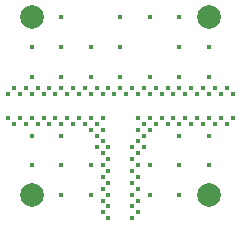
<source format=gbr>
%TF.GenerationSoftware,KiCad,Pcbnew,6.0.9+dfsg-1~bpo11+1*%
%TF.CreationDate,2022-11-11T16:08:24+01:00*%
%TF.ProjectId,015-3-port-resistive-splitter,3031352d-332d-4706-9f72-742d72657369,1*%
%TF.SameCoordinates,Original*%
%TF.FileFunction,Plated,1,2,PTH,Drill*%
%TF.FilePolarity,Positive*%
%FSLAX46Y46*%
G04 Gerber Fmt 4.6, Leading zero omitted, Abs format (unit mm)*
G04 Created by KiCad (PCBNEW 6.0.9+dfsg-1~bpo11+1) date 2022-11-11 16:08:24*
%MOMM*%
%LPD*%
G01*
G04 APERTURE LIST*
%TA.AperFunction,ViaDrill*%
%ADD10C,0.400000*%
%TD*%
%TA.AperFunction,ComponentDrill*%
%ADD11C,0.400000*%
%TD*%
%TA.AperFunction,ComponentDrill*%
%ADD12C,2.000000*%
%TD*%
G04 APERTURE END LIST*
D10*
X140000000Y-72500000D03*
X140000000Y-75000000D03*
X140000000Y-80000000D03*
X140000000Y-82500000D03*
X140500000Y-76000000D03*
X140500000Y-79000000D03*
X141000000Y-76500000D03*
X141000000Y-78500000D03*
X141500000Y-76000000D03*
X141500000Y-79000000D03*
X142000000Y-76500000D03*
X142000000Y-78500000D03*
X142500000Y-70000000D03*
X142500000Y-72500000D03*
X142500000Y-75000000D03*
X142500000Y-76000000D03*
X142500000Y-79000000D03*
X142500000Y-80000000D03*
X142500000Y-82500000D03*
X142500000Y-85000000D03*
X143000000Y-76500000D03*
X143000000Y-78500000D03*
X143500000Y-76000000D03*
X143500000Y-79000000D03*
X144000000Y-76500000D03*
X144000000Y-78500000D03*
X144500000Y-76000000D03*
X144500000Y-79000000D03*
X145000000Y-72500000D03*
X145000000Y-75000000D03*
X145000000Y-76500000D03*
X145000000Y-78500000D03*
X145000000Y-79500000D03*
X145000000Y-82500000D03*
X145000000Y-85000000D03*
X145500000Y-76000000D03*
X145500000Y-79000000D03*
X145500000Y-80000000D03*
X145500000Y-81000000D03*
X146000000Y-76500000D03*
X146000000Y-78500000D03*
X146000000Y-79500000D03*
X146000000Y-80500000D03*
X146000000Y-81500000D03*
X146000000Y-82500000D03*
X146000000Y-83500000D03*
X146000000Y-84500000D03*
X146500000Y-76000000D03*
X146500000Y-81000000D03*
X146500000Y-82000000D03*
X146500000Y-83000000D03*
X146500000Y-84000000D03*
X147000000Y-76500000D03*
X147500000Y-70000000D03*
X147500000Y-72500000D03*
X147500000Y-75000000D03*
X147500000Y-76000000D03*
X148000000Y-76500000D03*
X148500000Y-76000000D03*
X148500000Y-81000000D03*
X148500000Y-82000000D03*
X148500000Y-83000000D03*
X148500000Y-84000000D03*
X149000000Y-76500000D03*
X149000000Y-78500000D03*
X149000000Y-79500000D03*
X149000000Y-80500000D03*
X149000000Y-81500000D03*
X149000000Y-82500000D03*
X149000000Y-83500000D03*
X149000000Y-84500000D03*
X149500000Y-76000000D03*
X149500000Y-79000000D03*
X149500000Y-80000000D03*
X149500000Y-81000000D03*
X150000000Y-70000000D03*
X150000000Y-75000000D03*
X150000000Y-76500000D03*
X150000000Y-78500000D03*
X150000000Y-79500000D03*
X150000000Y-82500000D03*
X150000000Y-85000000D03*
X150500000Y-76000000D03*
X150500000Y-79000000D03*
X151000000Y-76500000D03*
X151000000Y-78500000D03*
X151500000Y-76000000D03*
X151500000Y-79000000D03*
X152000000Y-76500000D03*
X152000000Y-78500000D03*
X152500000Y-70000000D03*
X152500000Y-72500000D03*
X152500000Y-75000000D03*
X152500000Y-76000000D03*
X152500000Y-79000000D03*
X152500000Y-80000000D03*
X152500000Y-82500000D03*
X152500000Y-85000000D03*
X153000000Y-76500000D03*
X153000000Y-78500000D03*
X153500000Y-76000000D03*
X153500000Y-79000000D03*
X154000000Y-76500000D03*
X154000000Y-78500000D03*
X154500000Y-76000000D03*
X154500000Y-79000000D03*
X155000000Y-72500000D03*
X155000000Y-75000000D03*
X155000000Y-80000000D03*
X155000000Y-82500000D03*
D11*
%TO.C,J1*%
X138000000Y-76500000D03*
X138000000Y-78500000D03*
X138500000Y-76000000D03*
X138500000Y-79000000D03*
X139000000Y-76500000D03*
X139000000Y-78500000D03*
X139500000Y-76000000D03*
X139500000Y-79000000D03*
X140000000Y-76500000D03*
X140000000Y-78500000D03*
%TO.C,J2*%
X146000000Y-85500000D03*
X146000000Y-86500000D03*
X146500000Y-85000000D03*
X146500000Y-86000000D03*
X146500000Y-87000000D03*
X148500000Y-85000000D03*
X148500000Y-86000000D03*
X148500000Y-87000000D03*
X149000000Y-85500000D03*
X149000000Y-86500000D03*
%TO.C,J3*%
X155000000Y-76500000D03*
X155000000Y-78500000D03*
X155500000Y-76000000D03*
X155500000Y-79000000D03*
X156000000Y-76500000D03*
X156000000Y-78500000D03*
X156500000Y-76000000D03*
X156500000Y-79000000D03*
X157000000Y-76500000D03*
X157000000Y-78500000D03*
D12*
%TO.C,H3*%
X140000000Y-70000000D03*
%TO.C,H4*%
X140000000Y-85000000D03*
%TO.C,H2*%
X155000000Y-70000000D03*
%TO.C,H1*%
X155000000Y-85000000D03*
M02*

</source>
